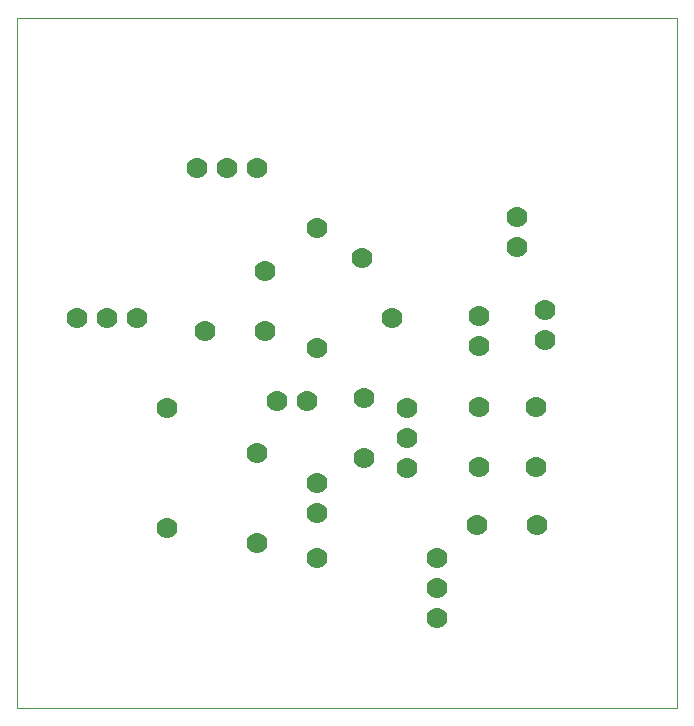
<source format=gtl>
G75*
%MOIN*%
%OFA0B0*%
%FSLAX25Y25*%
%IPPOS*%
%LPD*%
%AMOC8*
5,1,8,0,0,1.08239X$1,22.5*
%
%ADD10C,0.00472*%
%ADD11C,0.07000*%
D10*
X0001236Y0001236D02*
X0221236Y0001236D01*
X0221236Y0231236D01*
X0001236Y0231236D01*
X0001236Y0221236D01*
X0001236Y0001236D01*
D11*
X0051236Y0061236D03*
X0081236Y0056236D03*
X0101236Y0051236D03*
X0101236Y0066236D03*
X0101236Y0076236D03*
X0116972Y0084622D03*
X0131236Y0081236D03*
X0131236Y0091236D03*
X0131236Y0101236D03*
X0116972Y0104622D03*
X0101236Y0121236D03*
X0097957Y0103677D03*
X0087957Y0103677D03*
X0081236Y0086236D03*
X0051236Y0101236D03*
X0063653Y0126749D03*
X0083653Y0126749D03*
X0083653Y0146749D03*
X0101236Y0161236D03*
X0116236Y0151236D03*
X0126236Y0131236D03*
X0155161Y0131906D03*
X0155161Y0121906D03*
X0155161Y0101472D03*
X0155161Y0081472D03*
X0174059Y0081472D03*
X0174059Y0101472D03*
X0177096Y0123874D03*
X0177096Y0133874D03*
X0167760Y0154976D03*
X0167760Y0164976D03*
X0081236Y0181236D03*
X0071236Y0181236D03*
X0061236Y0181236D03*
X0041236Y0131236D03*
X0031236Y0131236D03*
X0021236Y0131236D03*
X0141236Y0051236D03*
X0141236Y0041236D03*
X0141236Y0031236D03*
X0154610Y0062339D03*
X0174610Y0062339D03*
M02*

</source>
